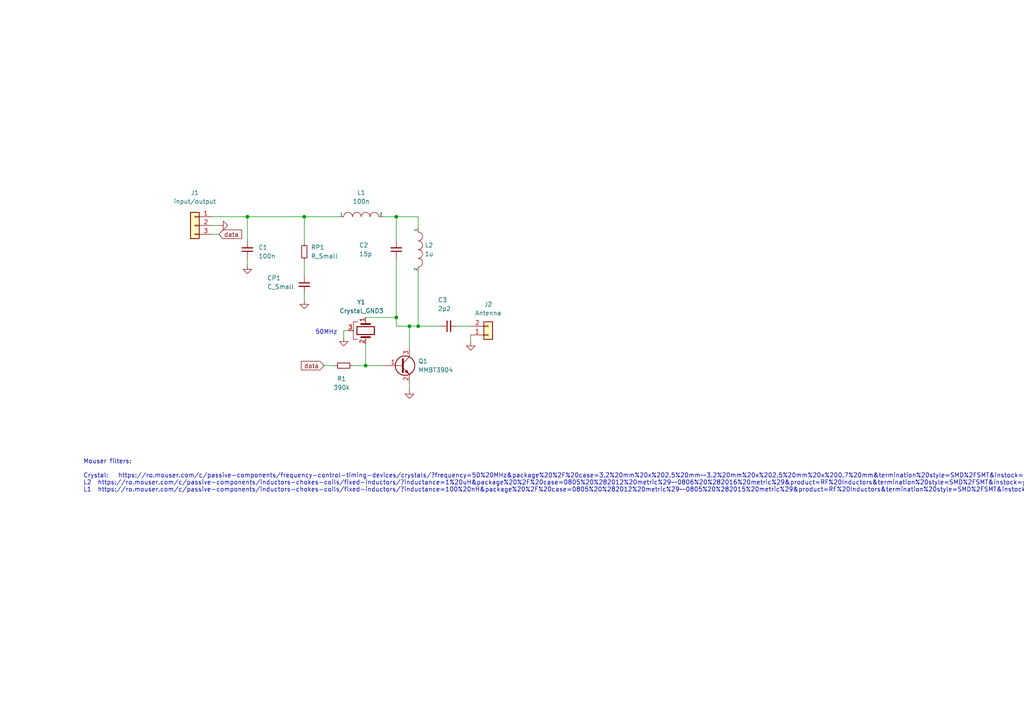
<source format=kicad_sch>
(kicad_sch (version 20211123) (generator eeschema)
  (paper "A4")
  (lib_symbols
    (symbol "Connector_Generic:Conn_01x02" (pin_names (offset 1.016) hide)
      (property "Reference" "J" (at 0 2.54 0))
      (property "Value" "Conn_01x02" (at 0 -5.08 0))
      (symbol "Conn_01x02_1_1"
        (rectangle (start -1.27 -2.413) (end 0 -2.667) (stroke (width 0.1524)))
        (rectangle (start -1.27 0.127) (end 0 -0.127) (stroke (width 0.1524)))
        (rectangle (start -1.27 1.27) (end 1.27 -3.81) (stroke (width 0.254)) (fill (type background)))
        (pin passive line (at -5.08 0 0) (length 3.81) (name "Pin_1") (number "1"))
        (pin passive line (at -5.08 -2.54 0) (length 3.81) (name "Pin_2") (number "2"))
      )
    )
    (symbol "Connector_Generic:Conn_01x03" (pin_names (offset 1.016) hide)
      (property "Reference" "J" (at 0 5.08 0))
      (property "Value" "Conn_01x03" (at 0 -5.08 0))
      (symbol "Conn_01x03_1_1"
        (rectangle (start -1.27 -2.413) (end 0 -2.667) (stroke (width 0.1524)))
        (rectangle (start -1.27 0.127) (end 0 -0.127) (stroke (width 0.1524)))
        (rectangle (start -1.27 2.667) (end 0 2.413) (stroke (width 0.1524)))
        (rectangle (start -1.27 3.81) (end 1.27 -3.81) (stroke (width 0.254)) (fill (type background)))
        (pin passive line (at -5.08 2.54 0) (length 3.81) (name "Pin_1") (number "1"))
        (pin passive line (at -5.08 0 0) (length 3.81) (name "Pin_2") (number "2"))
        (pin passive line (at -5.08 -2.54 0) (length 3.81) (name "Pin_3") (number "3"))
      )
    )
    (symbol "Device:C_Small" (pin_numbers hide) (pin_names (offset 0.254) hide)
      (property "Reference" "C" (at 0.254 1.778 0))
      (property "Value" "C_Small" (at 0.254 -2.032 0))
      (symbol "C_Small_0_1"
        (polyline (pts (xy -1.524 -0.508) (xy 1.524 -0.508)) (stroke (width 0.3302)))
        (polyline (pts (xy -1.524 0.508) (xy 1.524 0.508)) (stroke (width 0.3048)))
      )
      (symbol "C_Small_1_1"
        (pin passive line (at 0 2.54 270) (length 2.032) (name "~") (number "1"))
        (pin passive line (at 0 -2.54 90) (length 2.032) (name "~") (number "2"))
      )
    )
    (symbol "Device:Crystal_GND3" (pin_names (offset 1.016) hide)
      (property "Reference" "Y" (at 0 5.715 0))
      (property "Value" "Crystal_GND3" (at 0 3.81 0))
      (symbol "Crystal_GND3_0_1"
        (rectangle (start -1.143 2.54) (end 1.143 -2.54) (stroke (width 0.3048)))
        (polyline (pts (xy -2.54 0) (xy -1.905 0)))
        (polyline (pts (xy -1.905 -1.27) (xy -1.905 1.27)) (stroke (width 0.508)))
        (polyline (pts (xy 0 -3.81) (xy 0 -3.556)))
        (polyline (pts (xy 1.905 0) (xy 2.54 0)))
        (polyline (pts (xy 1.905 1.27) (xy 1.905 -1.27)) (stroke (width 0.508)))
        (polyline (pts (xy -2.54 -2.286) (xy -2.54 -3.556) (xy 2.54 -3.556) (xy 2.54 -2.286)))
      )
      (symbol "Crystal_GND3_1_1"
        (pin passive line (at -3.81 0 0) (length 1.27) (name "1") (number "1"))
        (pin passive line (at 3.81 0 180) (length 1.27) (name "2") (number "2"))
        (pin passive line (at 0 -5.08 90) (length 1.27) (name "3") (number "3"))
      )
    )
    (symbol "Device:R_Small" (pin_numbers hide) (pin_names (offset 0.254) hide)
      (property "Reference" "R" (at 0.762 0.508 0))
      (property "Value" "R_Small" (at 0.762 -1.016 0))
      (symbol "R_Small_0_1"
        (rectangle (start -0.762 1.778) (end 0.762 -1.778) (stroke (width 0.2032)))
      )
      (symbol "R_Small_1_1"
        (pin passive line (at 0 2.54 270) (length 0.762) (name "~") (number "1"))
        (pin passive line (at 0 -2.54 90) (length 0.762) (name "~") (number "2"))
      )
    )
    (symbol "Transistor_BJT:MMBT3904" (pin_names (offset 0) hide)
      (property "Reference" "Q" (at 5.08 1.905 0))
      (property "Value" "MMBT3904" (at 5.08 0 0))
      (symbol "MMBT3904_0_1"
        (polyline (pts (xy 0.635 0.635) (xy 2.54 2.54)))
        (polyline (pts (xy 0.635 -0.635) (xy 2.54 -2.54) (xy 2.54 -2.54)))
        (polyline (pts (xy 0.635 1.905) (xy 0.635 -1.905) (xy 0.635 -1.905)) (stroke (width 0.508)))
        (polyline (pts (xy 1.27 -1.778) (xy 1.778 -1.27) (xy 2.286 -2.286) (xy 1.27 -1.778) (xy 1.27 -1.778)) (fill (type outline)))
        (circle (center 1.27 0) (radius 2.8194) (stroke (width 0.254)))
      )
      (symbol "MMBT3904_1_1"
        (pin input line (at -5.08 0 0) (length 5.715) (name "B") (number "1"))
        (pin passive line (at 2.54 -5.08 90) (length 2.54) (name "E") (number "2"))
        (pin passive line (at 2.54 5.08 270) (length 2.54) (name "C") (number "3"))
      )
    )
    (symbol "power:GND" (power) (pin_names (offset 0))
      (property "Value" "GND" (at 0 -3.81 0))
      (symbol "GND_0_1"
        (polyline (pts (xy 0 0) (xy 0 -1.27) (xy 1.27 -1.27) (xy 0 -2.54) (xy -1.27 -1.27) (xy 0 -1.27)))
      )
      (symbol "GND_1_1"
        (pin power_in line (at 0 0 270) (length 0) hide (name "GND") (number "1"))
      )
    )
    (symbol "pspice:INDUCTOR" (pin_numbers hide) (pin_names (offset 0))
      (property "Reference" "L" (at 0 2.54 0))
      (property "Value" "INDUCTOR" (at 0 -1.27 0))
      (symbol "INDUCTOR_0_1"
        (arc (start -2.54 0) (mid -3.81 1.27) (end -5.08 0))
        (arc (start 0 0) (mid -1.27 1.27) (end -2.54 0))
        (arc (start 2.54 0) (mid 1.27 1.27) (end 0 0))
        (arc (start 5.08 0) (mid 3.81 1.27) (end 2.54 0))
      )
      (symbol "INDUCTOR_1_1"
        (pin input line (at -6.35 0 0) (length 1.27) (name "1") (number "1"))
        (pin input line (at 6.35 0 180) (length 1.27) (name "2") (number "2"))
      )
    )
  )
  (junction (at 71.755 62.865))
  (junction (at 114.935 92.075))
  (junction (at 118.745 94.615))
  (junction (at 88.265 62.865))
  (junction (at 114.935 62.865))
  (junction (at 106.045 106.045))
  (junction (at 121.285 94.615))
  (wire (pts (xy 118.745 100.965) (xy 118.745 94.615)))
  (wire (pts (xy 114.935 62.865) (xy 121.285 62.865)))
  (wire (pts (xy 121.285 66.04) (xy 121.285 62.865)))
  (wire (pts (xy 102.235 106.045) (xy 106.045 106.045)))
  (wire (pts (xy 121.285 94.615) (xy 127.635 94.615)))
  (wire (pts (xy 121.285 94.615) (xy 121.285 78.74)))
  (wire (pts (xy 111.125 62.865) (xy 114.935 62.865)))
  (wire (pts (xy 88.265 62.865) (xy 98.425 62.865)))
  (wire (pts (xy 71.755 74.93) (xy 71.755 76.835)))
  (wire (pts (xy 61.595 67.945) (xy 63.5 67.945)))
  (wire (pts (xy 88.265 75.565) (xy 88.265 80.01)))
  (wire (pts (xy 136.525 97.155) (xy 136.525 99.06)))
  (wire (pts (xy 132.715 94.615) (xy 136.525 94.615)))
  (wire (pts (xy 61.595 65.405) (xy 63.5 65.405)))
  (wire (pts (xy 106.045 92.075) (xy 114.935 92.075)))
  (wire (pts (xy 88.265 62.865) (xy 88.265 70.485)))
  (wire (pts (xy 61.595 62.865) (xy 71.755 62.865)))
  (wire (pts (xy 118.745 94.615) (xy 121.285 94.615)))
  (wire (pts (xy 71.755 62.865) (xy 88.265 62.865)))
  (wire (pts (xy 106.045 99.695) (xy 106.045 106.045)))
  (wire (pts (xy 114.935 92.075) (xy 114.935 94.615)))
  (wire (pts (xy 114.935 62.865) (xy 114.935 69.85)))
  (wire (pts (xy 99.695 95.885) (xy 99.695 97.79)))
  (wire (pts (xy 114.935 74.93) (xy 114.935 92.075)))
  (wire (pts (xy 118.745 111.125) (xy 118.745 113.03)))
  (wire (pts (xy 93.98 106.045) (xy 97.155 106.045)))
  (wire (pts (xy 71.755 62.865) (xy 71.755 69.85)))
  (wire (pts (xy 88.265 85.09) (xy 88.265 86.995)))
  (wire (pts (xy 99.695 95.885) (xy 100.965 95.885)))
  (wire (pts (xy 114.935 94.615) (xy 118.745 94.615)))
  (wire (pts (xy 106.045 106.045) (xy 111.125 106.045)))
  (text "50MHz" (at 91.44 97.155 0) (effects (font (size 1.27 1.27)) (justify left bottom)))
  (text "Mouser filters:\n\nCrystal:   https://ro.mouser.com/c/passive-components/frequency-control-timing-devices/crystals/?frequency=50%20MHz&package%20%2F%20case=3.2%20mm%20x%202.5%20mm~~3.2%20mm%20x%202.5%20mm%20x%200.7%20mm&termination%20style=SMD%2FSMT&instock=y&active=y&sort=pricing&rp=passive-components%2Ffrequency-control-timing-devices%2Fcrystals%7C~Package%20%2F%20Case\nL2  https://ro.mouser.com/c/passive-components/inductors-chokes-coils/fixed-inductors/?inductance=1%20uH&package%20%2F%20case=0805%20%282012%20metric%29~~0806%20%282016%20metric%29&product=RF%20Inductors&termination%20style=SMD%2FSMT&instock=y&sort=pricing&rp=passive-components%2Finductors-chokes-coils%2Ffixed-inductors%7C~Package%20%2F%20Case\nL1  https://ro.mouser.com/c/passive-components/inductors-chokes-coils/fixed-inductors/?inductance=100%20nH&package%20%2F%20case=0805%20%282012%20metric%29~~0805%20%282015%20metric%29&product=RF%20Inductors&termination%20style=SMD%2FSMT&instock=y&sort=pricing&rp=passive-components%2Finductors-chokes-coils%2Ffixed-inductors%7C~Package%20%2F%20Case\n" (at 24.13 142.875 0) (effects (font (size 1.27 1.27)) (justify left bottom)))
  (global_label "data" (shape input) (at 63.5 67.945 0) (property "Intersheet References" "${INTERSHEET_REFS}" (effects hide)))
  (global_label "data" (shape input) (at 93.98 106.045 180) (property "Intersheet References" "${INTERSHEET_REFS}" (effects hide)))
  (symbol (lib_id "Device:C_Small") (at 71.755 72.39 180) (unit 1)
    (property "Reference" "C1" (at 74.93 71.755 0) (effects (justify right)))
    (property "Value" "100n" (at 74.93 74.295 0) (effects (justify right)))
    (property "Footprint" "Capacitor_SMD:C_0805_2012Metric_Pad1.18x1.45mm_HandSolder" (effects hide))
  )
  (symbol (lib_id "power:GND") (at 136.525 99.06 0) (unit 1)
    (property "Reference" "#PWR06" (effects hide))
    (property "Value" "GND" (effects hide))
  )
  (symbol (lib_id "power:GND") (at 71.755 76.835 0) (unit 1)
    (property "Reference" "#PWR02" (effects hide))
    (property "Value" "GND" (effects hide))
  )
  (symbol (lib_id "power:GND") (at 63.5 65.405 90) (unit 1)
    (property "Reference" "#PWR01" (effects hide))
    (property "Value" "GND" (effects hide))
  )
  (symbol (lib_id "Device:Crystal_GND3") (at 106.045 95.885 270) (unit 1)
    (property "Reference" "Y1" (at 103.505 87.63 90) (effects (justify left)))
    (property "Value" "Crystal_GND3" (at 98.425 90.17 90) (effects (justify left)))
    (property "Footprint" "Crystal:Crystal_SMD_SeikoEpson_FA238V-4Pin_3.2x2.5mm_HandSoldering" (effects hide))
  )
  (symbol (lib_id "pspice:INDUCTOR") (at 104.775 62.865 0) (unit 1)
    (property "Reference" "L1" (at 104.775 55.88 0))
    (property "Value" "100n" (at 104.775 58.42 0))
    (property "Footprint" "Inductor_SMD:L_0805_2012Metric_Pad1.15x1.40mm_HandSolder" (effects hide))
  )
  (symbol (lib_id "power:GND") (at 118.745 113.03 0) (unit 1)
    (property "Reference" "#PWR05" (effects hide))
    (property "Value" "GND" (effects hide))
  )
  (symbol (lib_id "Device:C_Small") (at 88.265 82.55 0) (unit 1)
    (property "Reference" "CP1" (at 77.47 80.645 0) (effects (justify left)))
    (property "Value" "C_Small" (at 77.47 83.185 0) (effects (justify left)))
    (property "Footprint" "Capacitor_SMD:C_0805_2012Metric_Pad1.18x1.45mm_HandSolder" (effects hide))
  )
  (symbol (lib_id "Device:C_Small") (at 114.935 72.39 180) (unit 1)
    (property "Reference" "C2" (at 104.14 71.12 0) (effects (justify right)))
    (property "Value" "15p" (at 104.14 73.66 0) (effects (justify right)))
    (property "Footprint" "Capacitor_SMD:C_0805_2012Metric_Pad1.18x1.45mm_HandSolder" (effects hide))
  )
  (symbol (lib_id "Device:R_Small") (at 88.265 73.025 0) (unit 1)
    (property "Reference" "RP1" (at 90.17 71.7549 0) (effects (justify left)))
    (property "Value" "R_Small" (at 90.17 74.2949 0) (effects (justify left)))
    (property "Footprint" "Capacitor_SMD:C_0805_2012Metric_Pad1.18x1.45mm_HandSolder" (effects hide))
  )
  (symbol (lib_id "Device:R_Small") (at 99.695 106.045 90) (unit 1)
    (property "Reference" "R1" (at 99.06 109.855 90))
    (property "Value" "390k" (at 99.06 112.395 90))
    (property "Footprint" "Capacitor_SMD:C_0805_2012Metric_Pad1.18x1.45mm_HandSolder" (effects hide))
  )
  (symbol (lib_id "Connector_Generic:Conn_01x02") (at 141.605 97.155 0) (mirror x) (unit 1)
    (property "Reference" "J2" (at 141.605 88.265 0))
    (property "Value" "Antenna" (at 141.605 90.805 0))
    (property "Footprint" "Connector_PinHeader_2.54mm:PinHeader_1x02_P2.54mm_Vertical" (effects hide))
  )
  (symbol (lib_id "Connector_Generic:Conn_01x03") (at 56.515 65.405 0) (mirror y) (unit 1)
    (property "Reference" "J1" (at 56.515 55.88 0))
    (property "Value" "input/output" (at 56.515 58.42 0))
    (property "Footprint" "Connector_PinHeader_2.54mm:PinHeader_1x03_P2.54mm_Vertical" (effects hide))
  )
  (symbol (lib_id "power:GND") (at 88.265 86.995 0) (unit 1)
    (property "Reference" "#PWR03" (effects hide))
    (property "Value" "GND" (effects hide))
  )
  (symbol (lib_id "pspice:INDUCTOR") (at 121.285 72.39 270) (unit 1)
    (property "Reference" "L2" (at 123.19 71.1199 90) (effects (justify left)))
    (property "Value" "1u" (at 123.19 73.6599 90) (effects (justify left)))
    (property "Footprint" "Inductor_SMD:L_0805_2012Metric_Pad1.15x1.40mm_HandSolder" (effects hide))
  )
  (symbol (lib_id "Transistor_BJT:MMBT3904") (at 116.205 106.045 0) (unit 1)
    (property "Reference" "Q1" (at 121.285 104.7749 0) (effects (justify left)))
    (property "Value" "MMBT3904" (at 121.285 107.3149 0) (effects (justify left)))
    (property "Footprint" "Package_TO_SOT_SMD:SOT-23" (effects hide))
    (property "Datasheet" "https://www.onsemi.com/pub/Collateral/2N3903-D.PDF" (effects hide))
  )
  (symbol (lib_id "Device:C_Small") (at 130.175 94.615 90) (unit 1)
    (property "Reference" "C3" (at 127 86.995 90) (effects (justify right)))
    (property "Value" "2p2" (at 127 89.535 90) (effects (justify right)))
    (property "Footprint" "Capacitor_SMD:C_0805_2012Metric_Pad1.18x1.45mm_HandSolder" (effects hide))
  )
  (symbol (lib_id "power:GND") (at 99.695 97.79 0) (unit 1)
    (property "Reference" "#PWR04" (effects hide))
    (property "Value" "GND" (effects hide))
  )
)
</source>
